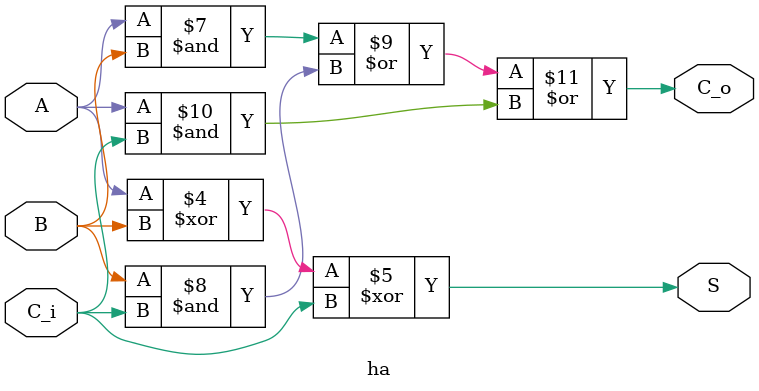
<source format=sv>
module hw12;
  logic a, b, C_i;
  wire  C_o, s;

  ha ha1(.A(a), .B(b), .C_i, .C_o(C_o), .S(s)); 

  initial begin
//	      a = 0; b = 0;
/*	#10ns a = 1;
	#10ns b = 1;
	#10ns a = 0;
*/	#10ns //$stop;

    
	 for(int i = 0; i<8; i++) begin
	   a = i[2]; b = i[1]; C_i = i[0];
//	   {a,b,C_i} = i;
	   #10ns $display("%b+%b+%b = %b%b",a,b,C_i,C_o,s);  
       if({C_o,s} == a+b+C_i) $display("happy");
	   else $display("__it happens");
	 end
     #10ns $stop; // $finish; 

  end

endmodule



module ha(
  input A, B, C_i,
  output logic C_o, S
  );

  always_comb 
    S = A^B^C_i;
  always_comb 
    C_o = A&B|B&C_i|A&C_i;

endmodule
</source>
